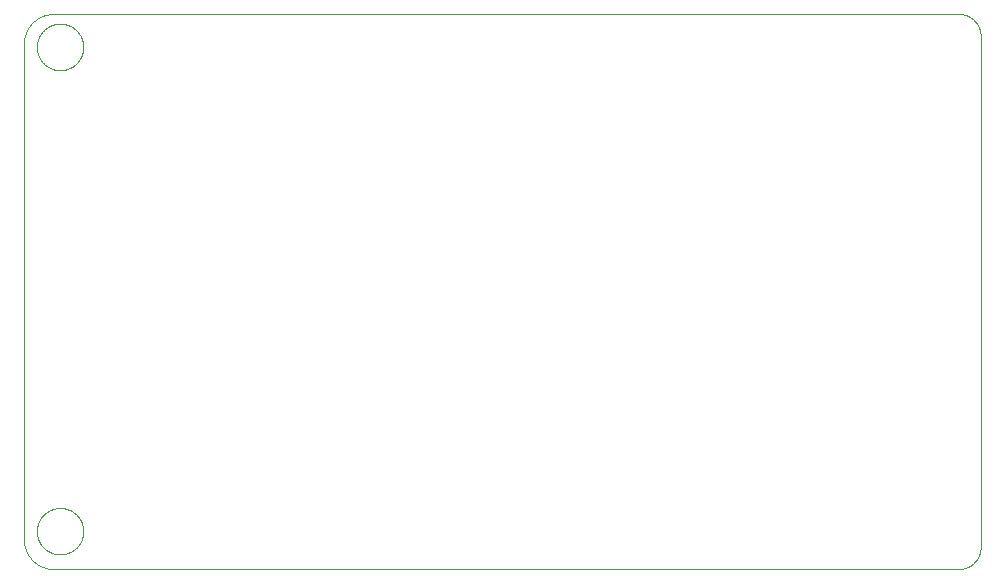
<source format=gbp>
G75*
%MOIN*%
%OFA0B0*%
%FSLAX25Y25*%
%IPPOS*%
%LPD*%
%AMOC8*
5,1,8,0,0,1.08239X$1,22.5*
%
%ADD10C,0.00000*%
D10*
X0014973Y0024882D02*
X0316546Y0024882D01*
X0316546Y0024883D02*
X0316724Y0024885D01*
X0316901Y0024892D01*
X0317078Y0024902D01*
X0317255Y0024917D01*
X0317432Y0024937D01*
X0317608Y0024960D01*
X0317784Y0024988D01*
X0317958Y0025020D01*
X0318132Y0025056D01*
X0318305Y0025097D01*
X0318477Y0025141D01*
X0318648Y0025190D01*
X0318818Y0025243D01*
X0318986Y0025300D01*
X0319153Y0025361D01*
X0319318Y0025426D01*
X0319482Y0025495D01*
X0319644Y0025568D01*
X0319804Y0025644D01*
X0319962Y0025725D01*
X0320118Y0025809D01*
X0320273Y0025898D01*
X0320425Y0025990D01*
X0320574Y0026085D01*
X0320722Y0026184D01*
X0320867Y0026287D01*
X0321009Y0026393D01*
X0321149Y0026503D01*
X0321286Y0026616D01*
X0321421Y0026732D01*
X0321552Y0026851D01*
X0321681Y0026974D01*
X0321806Y0027099D01*
X0321929Y0027228D01*
X0322048Y0027359D01*
X0322164Y0027494D01*
X0322277Y0027631D01*
X0322387Y0027771D01*
X0322493Y0027913D01*
X0322596Y0028058D01*
X0322695Y0028206D01*
X0322790Y0028355D01*
X0322882Y0028507D01*
X0322971Y0028662D01*
X0323055Y0028818D01*
X0323136Y0028976D01*
X0323212Y0029136D01*
X0323285Y0029298D01*
X0323354Y0029462D01*
X0323419Y0029627D01*
X0323480Y0029794D01*
X0323537Y0029962D01*
X0323590Y0030132D01*
X0323639Y0030303D01*
X0323683Y0030475D01*
X0323724Y0030648D01*
X0323760Y0030822D01*
X0323792Y0030996D01*
X0323820Y0031172D01*
X0323843Y0031348D01*
X0323863Y0031525D01*
X0323878Y0031702D01*
X0323888Y0031879D01*
X0323895Y0032056D01*
X0323897Y0032234D01*
X0323898Y0032234D02*
X0323898Y0202651D01*
X0323897Y0202651D02*
X0323895Y0202827D01*
X0323889Y0203002D01*
X0323878Y0203178D01*
X0323863Y0203353D01*
X0323844Y0203527D01*
X0323821Y0203701D01*
X0323793Y0203875D01*
X0323762Y0204048D01*
X0323726Y0204220D01*
X0323686Y0204391D01*
X0323642Y0204561D01*
X0323593Y0204730D01*
X0323541Y0204898D01*
X0323485Y0205064D01*
X0323425Y0205229D01*
X0323360Y0205392D01*
X0323292Y0205554D01*
X0323220Y0205715D01*
X0323144Y0205873D01*
X0323064Y0206030D01*
X0322981Y0206184D01*
X0322894Y0206337D01*
X0322803Y0206487D01*
X0322708Y0206635D01*
X0322610Y0206781D01*
X0322509Y0206924D01*
X0322404Y0207065D01*
X0322295Y0207203D01*
X0322184Y0207339D01*
X0322069Y0207472D01*
X0321951Y0207602D01*
X0321829Y0207729D01*
X0321705Y0207853D01*
X0321578Y0207975D01*
X0321448Y0208093D01*
X0321315Y0208208D01*
X0321179Y0208319D01*
X0321041Y0208428D01*
X0320900Y0208533D01*
X0320757Y0208634D01*
X0320611Y0208732D01*
X0320463Y0208827D01*
X0320313Y0208918D01*
X0320160Y0209005D01*
X0320006Y0209088D01*
X0319849Y0209168D01*
X0319691Y0209244D01*
X0319530Y0209316D01*
X0319368Y0209384D01*
X0319205Y0209449D01*
X0319040Y0209509D01*
X0318874Y0209565D01*
X0318706Y0209617D01*
X0318537Y0209666D01*
X0318367Y0209710D01*
X0318196Y0209750D01*
X0318024Y0209786D01*
X0317851Y0209817D01*
X0317677Y0209845D01*
X0317503Y0209868D01*
X0317329Y0209887D01*
X0317154Y0209902D01*
X0316978Y0209913D01*
X0316803Y0209919D01*
X0316627Y0209921D01*
X0316627Y0209922D02*
X0014913Y0209922D01*
X0014913Y0209921D02*
X0014673Y0209918D01*
X0014434Y0209909D01*
X0014195Y0209895D01*
X0013956Y0209875D01*
X0013718Y0209849D01*
X0013481Y0209817D01*
X0013244Y0209780D01*
X0013008Y0209736D01*
X0012774Y0209687D01*
X0012541Y0209633D01*
X0012309Y0209573D01*
X0012078Y0209507D01*
X0011850Y0209436D01*
X0011623Y0209359D01*
X0011398Y0209277D01*
X0011175Y0209189D01*
X0010954Y0209096D01*
X0010736Y0208998D01*
X0010520Y0208894D01*
X0010306Y0208786D01*
X0010095Y0208672D01*
X0009888Y0208553D01*
X0009683Y0208429D01*
X0009481Y0208300D01*
X0009282Y0208166D01*
X0009086Y0208028D01*
X0008894Y0207885D01*
X0008706Y0207737D01*
X0008521Y0207585D01*
X0008339Y0207428D01*
X0008162Y0207267D01*
X0007989Y0207102D01*
X0007819Y0206932D01*
X0007654Y0206759D01*
X0007493Y0206582D01*
X0007336Y0206400D01*
X0007184Y0206215D01*
X0007036Y0206027D01*
X0006893Y0205835D01*
X0006755Y0205639D01*
X0006621Y0205440D01*
X0006492Y0205238D01*
X0006368Y0205033D01*
X0006249Y0204826D01*
X0006135Y0204615D01*
X0006027Y0204401D01*
X0005923Y0204185D01*
X0005825Y0203967D01*
X0005732Y0203746D01*
X0005644Y0203523D01*
X0005562Y0203298D01*
X0005485Y0203071D01*
X0005414Y0202843D01*
X0005348Y0202612D01*
X0005288Y0202380D01*
X0005234Y0202147D01*
X0005185Y0201913D01*
X0005141Y0201677D01*
X0005104Y0201440D01*
X0005072Y0201203D01*
X0005046Y0200965D01*
X0005026Y0200726D01*
X0005012Y0200487D01*
X0005003Y0200248D01*
X0005000Y0200008D01*
X0005000Y0034855D01*
X0005003Y0034614D01*
X0005012Y0034373D01*
X0005026Y0034133D01*
X0005047Y0033892D01*
X0005073Y0033653D01*
X0005105Y0033414D01*
X0005142Y0033176D01*
X0005186Y0032939D01*
X0005235Y0032703D01*
X0005290Y0032468D01*
X0005350Y0032235D01*
X0005416Y0032003D01*
X0005488Y0031773D01*
X0005565Y0031545D01*
X0005648Y0031319D01*
X0005736Y0031094D01*
X0005830Y0030872D01*
X0005929Y0030652D01*
X0006033Y0030435D01*
X0006142Y0030220D01*
X0006257Y0030008D01*
X0006377Y0029799D01*
X0006501Y0029593D01*
X0006631Y0029390D01*
X0006765Y0029190D01*
X0006905Y0028993D01*
X0007049Y0028800D01*
X0007197Y0028610D01*
X0007350Y0028424D01*
X0007508Y0028242D01*
X0007670Y0028063D01*
X0007836Y0027889D01*
X0008007Y0027718D01*
X0008181Y0027552D01*
X0008360Y0027390D01*
X0008542Y0027232D01*
X0008728Y0027079D01*
X0008918Y0026931D01*
X0009111Y0026787D01*
X0009308Y0026647D01*
X0009508Y0026513D01*
X0009711Y0026383D01*
X0009917Y0026259D01*
X0010126Y0026139D01*
X0010338Y0026024D01*
X0010553Y0025915D01*
X0010770Y0025811D01*
X0010990Y0025712D01*
X0011212Y0025618D01*
X0011437Y0025530D01*
X0011663Y0025447D01*
X0011891Y0025370D01*
X0012121Y0025298D01*
X0012353Y0025232D01*
X0012586Y0025172D01*
X0012821Y0025117D01*
X0013057Y0025068D01*
X0013294Y0025024D01*
X0013532Y0024987D01*
X0013771Y0024955D01*
X0014010Y0024929D01*
X0014251Y0024908D01*
X0014491Y0024894D01*
X0014732Y0024885D01*
X0014973Y0024882D01*
X0009297Y0037520D02*
X0009299Y0037710D01*
X0009306Y0037900D01*
X0009318Y0038090D01*
X0009334Y0038280D01*
X0009355Y0038469D01*
X0009381Y0038657D01*
X0009411Y0038845D01*
X0009446Y0039032D01*
X0009485Y0039218D01*
X0009529Y0039403D01*
X0009578Y0039587D01*
X0009631Y0039770D01*
X0009688Y0039951D01*
X0009750Y0040131D01*
X0009816Y0040309D01*
X0009887Y0040486D01*
X0009962Y0040661D01*
X0010041Y0040834D01*
X0010125Y0041004D01*
X0010212Y0041173D01*
X0010304Y0041340D01*
X0010400Y0041504D01*
X0010499Y0041666D01*
X0010603Y0041826D01*
X0010711Y0041983D01*
X0010822Y0042137D01*
X0010937Y0042288D01*
X0011056Y0042437D01*
X0011179Y0042582D01*
X0011305Y0042725D01*
X0011434Y0042864D01*
X0011567Y0043000D01*
X0011703Y0043133D01*
X0011842Y0043262D01*
X0011985Y0043388D01*
X0012130Y0043511D01*
X0012279Y0043630D01*
X0012430Y0043745D01*
X0012584Y0043856D01*
X0012741Y0043964D01*
X0012901Y0044068D01*
X0013063Y0044167D01*
X0013227Y0044263D01*
X0013394Y0044355D01*
X0013563Y0044442D01*
X0013733Y0044526D01*
X0013906Y0044605D01*
X0014081Y0044680D01*
X0014258Y0044751D01*
X0014436Y0044817D01*
X0014616Y0044879D01*
X0014797Y0044936D01*
X0014980Y0044989D01*
X0015164Y0045038D01*
X0015349Y0045082D01*
X0015535Y0045121D01*
X0015722Y0045156D01*
X0015910Y0045186D01*
X0016098Y0045212D01*
X0016287Y0045233D01*
X0016477Y0045249D01*
X0016667Y0045261D01*
X0016857Y0045268D01*
X0017047Y0045270D01*
X0017237Y0045268D01*
X0017427Y0045261D01*
X0017617Y0045249D01*
X0017807Y0045233D01*
X0017996Y0045212D01*
X0018184Y0045186D01*
X0018372Y0045156D01*
X0018559Y0045121D01*
X0018745Y0045082D01*
X0018930Y0045038D01*
X0019114Y0044989D01*
X0019297Y0044936D01*
X0019478Y0044879D01*
X0019658Y0044817D01*
X0019836Y0044751D01*
X0020013Y0044680D01*
X0020188Y0044605D01*
X0020361Y0044526D01*
X0020531Y0044442D01*
X0020700Y0044355D01*
X0020867Y0044263D01*
X0021031Y0044167D01*
X0021193Y0044068D01*
X0021353Y0043964D01*
X0021510Y0043856D01*
X0021664Y0043745D01*
X0021815Y0043630D01*
X0021964Y0043511D01*
X0022109Y0043388D01*
X0022252Y0043262D01*
X0022391Y0043133D01*
X0022527Y0043000D01*
X0022660Y0042864D01*
X0022789Y0042725D01*
X0022915Y0042582D01*
X0023038Y0042437D01*
X0023157Y0042288D01*
X0023272Y0042137D01*
X0023383Y0041983D01*
X0023491Y0041826D01*
X0023595Y0041666D01*
X0023694Y0041504D01*
X0023790Y0041340D01*
X0023882Y0041173D01*
X0023969Y0041004D01*
X0024053Y0040834D01*
X0024132Y0040661D01*
X0024207Y0040486D01*
X0024278Y0040309D01*
X0024344Y0040131D01*
X0024406Y0039951D01*
X0024463Y0039770D01*
X0024516Y0039587D01*
X0024565Y0039403D01*
X0024609Y0039218D01*
X0024648Y0039032D01*
X0024683Y0038845D01*
X0024713Y0038657D01*
X0024739Y0038469D01*
X0024760Y0038280D01*
X0024776Y0038090D01*
X0024788Y0037900D01*
X0024795Y0037710D01*
X0024797Y0037520D01*
X0024795Y0037330D01*
X0024788Y0037140D01*
X0024776Y0036950D01*
X0024760Y0036760D01*
X0024739Y0036571D01*
X0024713Y0036383D01*
X0024683Y0036195D01*
X0024648Y0036008D01*
X0024609Y0035822D01*
X0024565Y0035637D01*
X0024516Y0035453D01*
X0024463Y0035270D01*
X0024406Y0035089D01*
X0024344Y0034909D01*
X0024278Y0034731D01*
X0024207Y0034554D01*
X0024132Y0034379D01*
X0024053Y0034206D01*
X0023969Y0034036D01*
X0023882Y0033867D01*
X0023790Y0033700D01*
X0023694Y0033536D01*
X0023595Y0033374D01*
X0023491Y0033214D01*
X0023383Y0033057D01*
X0023272Y0032903D01*
X0023157Y0032752D01*
X0023038Y0032603D01*
X0022915Y0032458D01*
X0022789Y0032315D01*
X0022660Y0032176D01*
X0022527Y0032040D01*
X0022391Y0031907D01*
X0022252Y0031778D01*
X0022109Y0031652D01*
X0021964Y0031529D01*
X0021815Y0031410D01*
X0021664Y0031295D01*
X0021510Y0031184D01*
X0021353Y0031076D01*
X0021193Y0030972D01*
X0021031Y0030873D01*
X0020867Y0030777D01*
X0020700Y0030685D01*
X0020531Y0030598D01*
X0020361Y0030514D01*
X0020188Y0030435D01*
X0020013Y0030360D01*
X0019836Y0030289D01*
X0019658Y0030223D01*
X0019478Y0030161D01*
X0019297Y0030104D01*
X0019114Y0030051D01*
X0018930Y0030002D01*
X0018745Y0029958D01*
X0018559Y0029919D01*
X0018372Y0029884D01*
X0018184Y0029854D01*
X0017996Y0029828D01*
X0017807Y0029807D01*
X0017617Y0029791D01*
X0017427Y0029779D01*
X0017237Y0029772D01*
X0017047Y0029770D01*
X0016857Y0029772D01*
X0016667Y0029779D01*
X0016477Y0029791D01*
X0016287Y0029807D01*
X0016098Y0029828D01*
X0015910Y0029854D01*
X0015722Y0029884D01*
X0015535Y0029919D01*
X0015349Y0029958D01*
X0015164Y0030002D01*
X0014980Y0030051D01*
X0014797Y0030104D01*
X0014616Y0030161D01*
X0014436Y0030223D01*
X0014258Y0030289D01*
X0014081Y0030360D01*
X0013906Y0030435D01*
X0013733Y0030514D01*
X0013563Y0030598D01*
X0013394Y0030685D01*
X0013227Y0030777D01*
X0013063Y0030873D01*
X0012901Y0030972D01*
X0012741Y0031076D01*
X0012584Y0031184D01*
X0012430Y0031295D01*
X0012279Y0031410D01*
X0012130Y0031529D01*
X0011985Y0031652D01*
X0011842Y0031778D01*
X0011703Y0031907D01*
X0011567Y0032040D01*
X0011434Y0032176D01*
X0011305Y0032315D01*
X0011179Y0032458D01*
X0011056Y0032603D01*
X0010937Y0032752D01*
X0010822Y0032903D01*
X0010711Y0033057D01*
X0010603Y0033214D01*
X0010499Y0033374D01*
X0010400Y0033536D01*
X0010304Y0033700D01*
X0010212Y0033867D01*
X0010125Y0034036D01*
X0010041Y0034206D01*
X0009962Y0034379D01*
X0009887Y0034554D01*
X0009816Y0034731D01*
X0009750Y0034909D01*
X0009688Y0035089D01*
X0009631Y0035270D01*
X0009578Y0035453D01*
X0009529Y0035637D01*
X0009485Y0035822D01*
X0009446Y0036008D01*
X0009411Y0036195D01*
X0009381Y0036383D01*
X0009355Y0036571D01*
X0009334Y0036760D01*
X0009318Y0036950D01*
X0009306Y0037140D01*
X0009299Y0037330D01*
X0009297Y0037520D01*
X0009297Y0198937D02*
X0009299Y0199127D01*
X0009306Y0199317D01*
X0009318Y0199507D01*
X0009334Y0199697D01*
X0009355Y0199886D01*
X0009381Y0200074D01*
X0009411Y0200262D01*
X0009446Y0200449D01*
X0009485Y0200635D01*
X0009529Y0200820D01*
X0009578Y0201004D01*
X0009631Y0201187D01*
X0009688Y0201368D01*
X0009750Y0201548D01*
X0009816Y0201726D01*
X0009887Y0201903D01*
X0009962Y0202078D01*
X0010041Y0202251D01*
X0010125Y0202421D01*
X0010212Y0202590D01*
X0010304Y0202757D01*
X0010400Y0202921D01*
X0010499Y0203083D01*
X0010603Y0203243D01*
X0010711Y0203400D01*
X0010822Y0203554D01*
X0010937Y0203705D01*
X0011056Y0203854D01*
X0011179Y0203999D01*
X0011305Y0204142D01*
X0011434Y0204281D01*
X0011567Y0204417D01*
X0011703Y0204550D01*
X0011842Y0204679D01*
X0011985Y0204805D01*
X0012130Y0204928D01*
X0012279Y0205047D01*
X0012430Y0205162D01*
X0012584Y0205273D01*
X0012741Y0205381D01*
X0012901Y0205485D01*
X0013063Y0205584D01*
X0013227Y0205680D01*
X0013394Y0205772D01*
X0013563Y0205859D01*
X0013733Y0205943D01*
X0013906Y0206022D01*
X0014081Y0206097D01*
X0014258Y0206168D01*
X0014436Y0206234D01*
X0014616Y0206296D01*
X0014797Y0206353D01*
X0014980Y0206406D01*
X0015164Y0206455D01*
X0015349Y0206499D01*
X0015535Y0206538D01*
X0015722Y0206573D01*
X0015910Y0206603D01*
X0016098Y0206629D01*
X0016287Y0206650D01*
X0016477Y0206666D01*
X0016667Y0206678D01*
X0016857Y0206685D01*
X0017047Y0206687D01*
X0017237Y0206685D01*
X0017427Y0206678D01*
X0017617Y0206666D01*
X0017807Y0206650D01*
X0017996Y0206629D01*
X0018184Y0206603D01*
X0018372Y0206573D01*
X0018559Y0206538D01*
X0018745Y0206499D01*
X0018930Y0206455D01*
X0019114Y0206406D01*
X0019297Y0206353D01*
X0019478Y0206296D01*
X0019658Y0206234D01*
X0019836Y0206168D01*
X0020013Y0206097D01*
X0020188Y0206022D01*
X0020361Y0205943D01*
X0020531Y0205859D01*
X0020700Y0205772D01*
X0020867Y0205680D01*
X0021031Y0205584D01*
X0021193Y0205485D01*
X0021353Y0205381D01*
X0021510Y0205273D01*
X0021664Y0205162D01*
X0021815Y0205047D01*
X0021964Y0204928D01*
X0022109Y0204805D01*
X0022252Y0204679D01*
X0022391Y0204550D01*
X0022527Y0204417D01*
X0022660Y0204281D01*
X0022789Y0204142D01*
X0022915Y0203999D01*
X0023038Y0203854D01*
X0023157Y0203705D01*
X0023272Y0203554D01*
X0023383Y0203400D01*
X0023491Y0203243D01*
X0023595Y0203083D01*
X0023694Y0202921D01*
X0023790Y0202757D01*
X0023882Y0202590D01*
X0023969Y0202421D01*
X0024053Y0202251D01*
X0024132Y0202078D01*
X0024207Y0201903D01*
X0024278Y0201726D01*
X0024344Y0201548D01*
X0024406Y0201368D01*
X0024463Y0201187D01*
X0024516Y0201004D01*
X0024565Y0200820D01*
X0024609Y0200635D01*
X0024648Y0200449D01*
X0024683Y0200262D01*
X0024713Y0200074D01*
X0024739Y0199886D01*
X0024760Y0199697D01*
X0024776Y0199507D01*
X0024788Y0199317D01*
X0024795Y0199127D01*
X0024797Y0198937D01*
X0024795Y0198747D01*
X0024788Y0198557D01*
X0024776Y0198367D01*
X0024760Y0198177D01*
X0024739Y0197988D01*
X0024713Y0197800D01*
X0024683Y0197612D01*
X0024648Y0197425D01*
X0024609Y0197239D01*
X0024565Y0197054D01*
X0024516Y0196870D01*
X0024463Y0196687D01*
X0024406Y0196506D01*
X0024344Y0196326D01*
X0024278Y0196148D01*
X0024207Y0195971D01*
X0024132Y0195796D01*
X0024053Y0195623D01*
X0023969Y0195453D01*
X0023882Y0195284D01*
X0023790Y0195117D01*
X0023694Y0194953D01*
X0023595Y0194791D01*
X0023491Y0194631D01*
X0023383Y0194474D01*
X0023272Y0194320D01*
X0023157Y0194169D01*
X0023038Y0194020D01*
X0022915Y0193875D01*
X0022789Y0193732D01*
X0022660Y0193593D01*
X0022527Y0193457D01*
X0022391Y0193324D01*
X0022252Y0193195D01*
X0022109Y0193069D01*
X0021964Y0192946D01*
X0021815Y0192827D01*
X0021664Y0192712D01*
X0021510Y0192601D01*
X0021353Y0192493D01*
X0021193Y0192389D01*
X0021031Y0192290D01*
X0020867Y0192194D01*
X0020700Y0192102D01*
X0020531Y0192015D01*
X0020361Y0191931D01*
X0020188Y0191852D01*
X0020013Y0191777D01*
X0019836Y0191706D01*
X0019658Y0191640D01*
X0019478Y0191578D01*
X0019297Y0191521D01*
X0019114Y0191468D01*
X0018930Y0191419D01*
X0018745Y0191375D01*
X0018559Y0191336D01*
X0018372Y0191301D01*
X0018184Y0191271D01*
X0017996Y0191245D01*
X0017807Y0191224D01*
X0017617Y0191208D01*
X0017427Y0191196D01*
X0017237Y0191189D01*
X0017047Y0191187D01*
X0016857Y0191189D01*
X0016667Y0191196D01*
X0016477Y0191208D01*
X0016287Y0191224D01*
X0016098Y0191245D01*
X0015910Y0191271D01*
X0015722Y0191301D01*
X0015535Y0191336D01*
X0015349Y0191375D01*
X0015164Y0191419D01*
X0014980Y0191468D01*
X0014797Y0191521D01*
X0014616Y0191578D01*
X0014436Y0191640D01*
X0014258Y0191706D01*
X0014081Y0191777D01*
X0013906Y0191852D01*
X0013733Y0191931D01*
X0013563Y0192015D01*
X0013394Y0192102D01*
X0013227Y0192194D01*
X0013063Y0192290D01*
X0012901Y0192389D01*
X0012741Y0192493D01*
X0012584Y0192601D01*
X0012430Y0192712D01*
X0012279Y0192827D01*
X0012130Y0192946D01*
X0011985Y0193069D01*
X0011842Y0193195D01*
X0011703Y0193324D01*
X0011567Y0193457D01*
X0011434Y0193593D01*
X0011305Y0193732D01*
X0011179Y0193875D01*
X0011056Y0194020D01*
X0010937Y0194169D01*
X0010822Y0194320D01*
X0010711Y0194474D01*
X0010603Y0194631D01*
X0010499Y0194791D01*
X0010400Y0194953D01*
X0010304Y0195117D01*
X0010212Y0195284D01*
X0010125Y0195453D01*
X0010041Y0195623D01*
X0009962Y0195796D01*
X0009887Y0195971D01*
X0009816Y0196148D01*
X0009750Y0196326D01*
X0009688Y0196506D01*
X0009631Y0196687D01*
X0009578Y0196870D01*
X0009529Y0197054D01*
X0009485Y0197239D01*
X0009446Y0197425D01*
X0009411Y0197612D01*
X0009381Y0197800D01*
X0009355Y0197988D01*
X0009334Y0198177D01*
X0009318Y0198367D01*
X0009306Y0198557D01*
X0009299Y0198747D01*
X0009297Y0198937D01*
M02*

</source>
